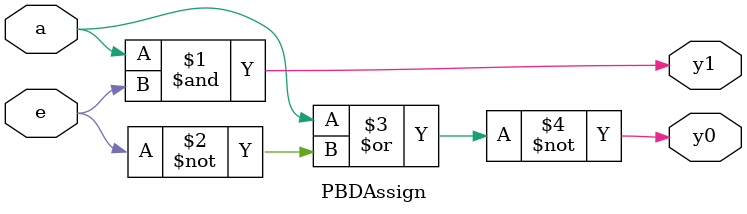
<source format=sv>
`timescale 1ns/1ns

module PBDAssign(input a, e, output y0, y1);
	assign #(12) {y0, y1} = {~(a|~e), a&e};
endmodule
</source>
